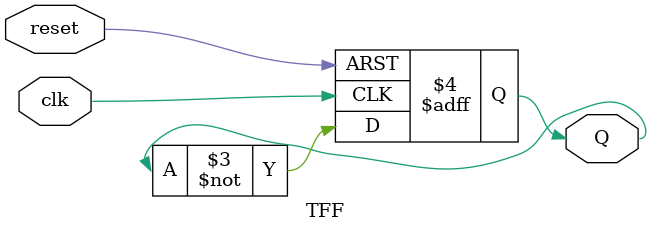
<source format=v>
module TFF(clk,Q,reset);
input clk,reset;
output reg Q;

always @(negedge clk, negedge reset) /*An if else statement need not have a begin and an end, just as in C*/
if(reset==0)
Q=0;
else
Q=~Q;

endmodule
</source>
